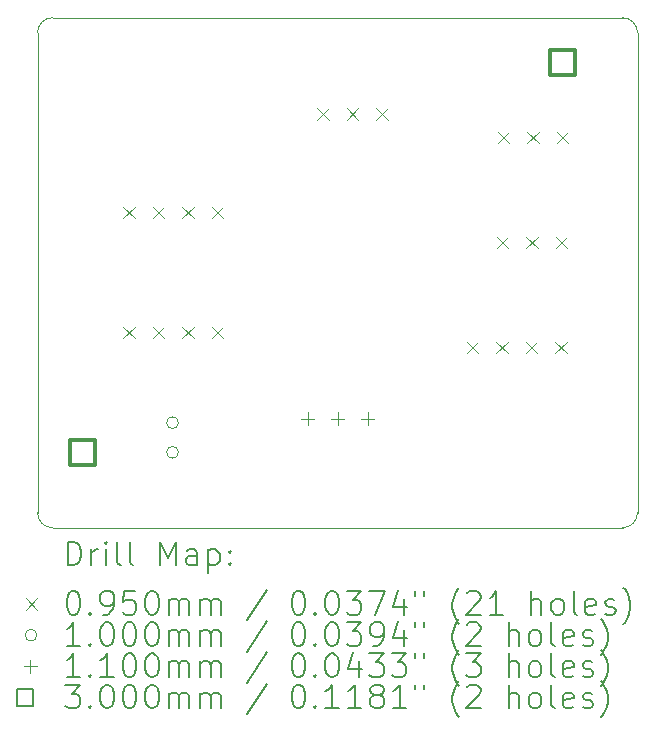
<source format=gbr>
%TF.GenerationSoftware,KiCad,Pcbnew,7.0.9*%
%TF.CreationDate,2024-01-24T09:54:02+01:00*%
%TF.ProjectId,Final_project,46696e61-6c5f-4707-926f-6a6563742e6b,1*%
%TF.SameCoordinates,Original*%
%TF.FileFunction,Drillmap*%
%TF.FilePolarity,Positive*%
%FSLAX45Y45*%
G04 Gerber Fmt 4.5, Leading zero omitted, Abs format (unit mm)*
G04 Created by KiCad (PCBNEW 7.0.9) date 2024-01-24 09:54:02*
%MOMM*%
%LPD*%
G01*
G04 APERTURE LIST*
%ADD10C,0.100000*%
%ADD11C,0.200000*%
%ADD12C,0.110000*%
%ADD13C,0.300000*%
G04 APERTURE END LIST*
D10*
X12954000Y-10160000D02*
G75*
G03*
X12827000Y-10033000I-127000J0D01*
G01*
X7874000Y-10160000D02*
X7874000Y-14224000D01*
X7874000Y-14224000D02*
G75*
G03*
X8001000Y-14351000I127000J0D01*
G01*
X8001000Y-14351000D02*
X12827000Y-14351000D01*
X12827000Y-10033000D02*
X8001000Y-10033000D01*
X12954000Y-14224000D02*
X12954000Y-10160000D01*
X12827000Y-14351000D02*
G75*
G03*
X12954000Y-14224000I0J127000D01*
G01*
X8001000Y-10033000D02*
G75*
G03*
X7874000Y-10160000I0J-127000D01*
G01*
D11*
D10*
X8600500Y-11636500D02*
X8695500Y-11731500D01*
X8695500Y-11636500D02*
X8600500Y-11731500D01*
X8600500Y-12652500D02*
X8695500Y-12747500D01*
X8695500Y-12652500D02*
X8600500Y-12747500D01*
X8850500Y-11636500D02*
X8945500Y-11731500D01*
X8945500Y-11636500D02*
X8850500Y-11731500D01*
X8850500Y-12652500D02*
X8945500Y-12747500D01*
X8945500Y-12652500D02*
X8850500Y-12747500D01*
X9100500Y-11636500D02*
X9195500Y-11731500D01*
X9195500Y-11636500D02*
X9100500Y-11731500D01*
X9100500Y-12652500D02*
X9195500Y-12747500D01*
X9195500Y-12652500D02*
X9100500Y-12747500D01*
X9350500Y-11636500D02*
X9445500Y-11731500D01*
X9445500Y-11636500D02*
X9350500Y-11731500D01*
X9350500Y-12652500D02*
X9445500Y-12747500D01*
X9445500Y-12652500D02*
X9350500Y-12747500D01*
X10243500Y-10800000D02*
X10338500Y-10895000D01*
X10338500Y-10800000D02*
X10243500Y-10895000D01*
X10493500Y-10800000D02*
X10588500Y-10895000D01*
X10588500Y-10800000D02*
X10493500Y-10895000D01*
X10743500Y-10800000D02*
X10838500Y-10895000D01*
X10838500Y-10800000D02*
X10743500Y-10895000D01*
X11509500Y-12779500D02*
X11604500Y-12874500D01*
X11604500Y-12779500D02*
X11509500Y-12874500D01*
X11759500Y-12779500D02*
X11854500Y-12874500D01*
X11854500Y-12779500D02*
X11759500Y-12874500D01*
X11763500Y-11890500D02*
X11858500Y-11985500D01*
X11858500Y-11890500D02*
X11763500Y-11985500D01*
X11771500Y-11001500D02*
X11866500Y-11096500D01*
X11866500Y-11001500D02*
X11771500Y-11096500D01*
X12009500Y-12779500D02*
X12104500Y-12874500D01*
X12104500Y-12779500D02*
X12009500Y-12874500D01*
X12013500Y-11890500D02*
X12108500Y-11985500D01*
X12108500Y-11890500D02*
X12013500Y-11985500D01*
X12021500Y-11001500D02*
X12116500Y-11096500D01*
X12116500Y-11001500D02*
X12021500Y-11096500D01*
X12259500Y-12779500D02*
X12354500Y-12874500D01*
X12354500Y-12779500D02*
X12259500Y-12874500D01*
X12263500Y-11890500D02*
X12358500Y-11985500D01*
X12358500Y-11890500D02*
X12263500Y-11985500D01*
X12271500Y-11001500D02*
X12366500Y-11096500D01*
X12366500Y-11001500D02*
X12271500Y-11096500D01*
X9067000Y-13462000D02*
G75*
G03*
X9067000Y-13462000I-50000J0D01*
G01*
X9067000Y-13712000D02*
G75*
G03*
X9067000Y-13712000I-50000J0D01*
G01*
D12*
X10160000Y-13374500D02*
X10160000Y-13484500D01*
X10105000Y-13429500D02*
X10215000Y-13429500D01*
X10414000Y-13374500D02*
X10414000Y-13484500D01*
X10359000Y-13429500D02*
X10469000Y-13429500D01*
X10668000Y-13374500D02*
X10668000Y-13484500D01*
X10613000Y-13429500D02*
X10723000Y-13429500D01*
D13*
X8361067Y-13822067D02*
X8361067Y-13609933D01*
X8148933Y-13609933D01*
X8148933Y-13822067D01*
X8361067Y-13822067D01*
X12425067Y-10520067D02*
X12425067Y-10307933D01*
X12212933Y-10307933D01*
X12212933Y-10520067D01*
X12425067Y-10520067D01*
D11*
X8129777Y-14667484D02*
X8129777Y-14467484D01*
X8129777Y-14467484D02*
X8177396Y-14467484D01*
X8177396Y-14467484D02*
X8205967Y-14477008D01*
X8205967Y-14477008D02*
X8225015Y-14496055D01*
X8225015Y-14496055D02*
X8234539Y-14515103D01*
X8234539Y-14515103D02*
X8244062Y-14553198D01*
X8244062Y-14553198D02*
X8244062Y-14581769D01*
X8244062Y-14581769D02*
X8234539Y-14619865D01*
X8234539Y-14619865D02*
X8225015Y-14638912D01*
X8225015Y-14638912D02*
X8205967Y-14657960D01*
X8205967Y-14657960D02*
X8177396Y-14667484D01*
X8177396Y-14667484D02*
X8129777Y-14667484D01*
X8329777Y-14667484D02*
X8329777Y-14534150D01*
X8329777Y-14572246D02*
X8339301Y-14553198D01*
X8339301Y-14553198D02*
X8348824Y-14543674D01*
X8348824Y-14543674D02*
X8367872Y-14534150D01*
X8367872Y-14534150D02*
X8386920Y-14534150D01*
X8453586Y-14667484D02*
X8453586Y-14534150D01*
X8453586Y-14467484D02*
X8444063Y-14477008D01*
X8444063Y-14477008D02*
X8453586Y-14486531D01*
X8453586Y-14486531D02*
X8463110Y-14477008D01*
X8463110Y-14477008D02*
X8453586Y-14467484D01*
X8453586Y-14467484D02*
X8453586Y-14486531D01*
X8577396Y-14667484D02*
X8558348Y-14657960D01*
X8558348Y-14657960D02*
X8548824Y-14638912D01*
X8548824Y-14638912D02*
X8548824Y-14467484D01*
X8682158Y-14667484D02*
X8663110Y-14657960D01*
X8663110Y-14657960D02*
X8653586Y-14638912D01*
X8653586Y-14638912D02*
X8653586Y-14467484D01*
X8910729Y-14667484D02*
X8910729Y-14467484D01*
X8910729Y-14467484D02*
X8977396Y-14610341D01*
X8977396Y-14610341D02*
X9044063Y-14467484D01*
X9044063Y-14467484D02*
X9044063Y-14667484D01*
X9225015Y-14667484D02*
X9225015Y-14562722D01*
X9225015Y-14562722D02*
X9215491Y-14543674D01*
X9215491Y-14543674D02*
X9196444Y-14534150D01*
X9196444Y-14534150D02*
X9158348Y-14534150D01*
X9158348Y-14534150D02*
X9139301Y-14543674D01*
X9225015Y-14657960D02*
X9205967Y-14667484D01*
X9205967Y-14667484D02*
X9158348Y-14667484D01*
X9158348Y-14667484D02*
X9139301Y-14657960D01*
X9139301Y-14657960D02*
X9129777Y-14638912D01*
X9129777Y-14638912D02*
X9129777Y-14619865D01*
X9129777Y-14619865D02*
X9139301Y-14600817D01*
X9139301Y-14600817D02*
X9158348Y-14591293D01*
X9158348Y-14591293D02*
X9205967Y-14591293D01*
X9205967Y-14591293D02*
X9225015Y-14581769D01*
X9320253Y-14534150D02*
X9320253Y-14734150D01*
X9320253Y-14543674D02*
X9339301Y-14534150D01*
X9339301Y-14534150D02*
X9377396Y-14534150D01*
X9377396Y-14534150D02*
X9396444Y-14543674D01*
X9396444Y-14543674D02*
X9405967Y-14553198D01*
X9405967Y-14553198D02*
X9415491Y-14572246D01*
X9415491Y-14572246D02*
X9415491Y-14629388D01*
X9415491Y-14629388D02*
X9405967Y-14648436D01*
X9405967Y-14648436D02*
X9396444Y-14657960D01*
X9396444Y-14657960D02*
X9377396Y-14667484D01*
X9377396Y-14667484D02*
X9339301Y-14667484D01*
X9339301Y-14667484D02*
X9320253Y-14657960D01*
X9501205Y-14648436D02*
X9510729Y-14657960D01*
X9510729Y-14657960D02*
X9501205Y-14667484D01*
X9501205Y-14667484D02*
X9491682Y-14657960D01*
X9491682Y-14657960D02*
X9501205Y-14648436D01*
X9501205Y-14648436D02*
X9501205Y-14667484D01*
X9501205Y-14543674D02*
X9510729Y-14553198D01*
X9510729Y-14553198D02*
X9501205Y-14562722D01*
X9501205Y-14562722D02*
X9491682Y-14553198D01*
X9491682Y-14553198D02*
X9501205Y-14543674D01*
X9501205Y-14543674D02*
X9501205Y-14562722D01*
D10*
X7774000Y-14948500D02*
X7869000Y-15043500D01*
X7869000Y-14948500D02*
X7774000Y-15043500D01*
D11*
X8167872Y-14887484D02*
X8186920Y-14887484D01*
X8186920Y-14887484D02*
X8205967Y-14897008D01*
X8205967Y-14897008D02*
X8215491Y-14906531D01*
X8215491Y-14906531D02*
X8225015Y-14925579D01*
X8225015Y-14925579D02*
X8234539Y-14963674D01*
X8234539Y-14963674D02*
X8234539Y-15011293D01*
X8234539Y-15011293D02*
X8225015Y-15049388D01*
X8225015Y-15049388D02*
X8215491Y-15068436D01*
X8215491Y-15068436D02*
X8205967Y-15077960D01*
X8205967Y-15077960D02*
X8186920Y-15087484D01*
X8186920Y-15087484D02*
X8167872Y-15087484D01*
X8167872Y-15087484D02*
X8148824Y-15077960D01*
X8148824Y-15077960D02*
X8139301Y-15068436D01*
X8139301Y-15068436D02*
X8129777Y-15049388D01*
X8129777Y-15049388D02*
X8120253Y-15011293D01*
X8120253Y-15011293D02*
X8120253Y-14963674D01*
X8120253Y-14963674D02*
X8129777Y-14925579D01*
X8129777Y-14925579D02*
X8139301Y-14906531D01*
X8139301Y-14906531D02*
X8148824Y-14897008D01*
X8148824Y-14897008D02*
X8167872Y-14887484D01*
X8320253Y-15068436D02*
X8329777Y-15077960D01*
X8329777Y-15077960D02*
X8320253Y-15087484D01*
X8320253Y-15087484D02*
X8310729Y-15077960D01*
X8310729Y-15077960D02*
X8320253Y-15068436D01*
X8320253Y-15068436D02*
X8320253Y-15087484D01*
X8425015Y-15087484D02*
X8463110Y-15087484D01*
X8463110Y-15087484D02*
X8482158Y-15077960D01*
X8482158Y-15077960D02*
X8491682Y-15068436D01*
X8491682Y-15068436D02*
X8510729Y-15039865D01*
X8510729Y-15039865D02*
X8520253Y-15001769D01*
X8520253Y-15001769D02*
X8520253Y-14925579D01*
X8520253Y-14925579D02*
X8510729Y-14906531D01*
X8510729Y-14906531D02*
X8501205Y-14897008D01*
X8501205Y-14897008D02*
X8482158Y-14887484D01*
X8482158Y-14887484D02*
X8444063Y-14887484D01*
X8444063Y-14887484D02*
X8425015Y-14897008D01*
X8425015Y-14897008D02*
X8415491Y-14906531D01*
X8415491Y-14906531D02*
X8405967Y-14925579D01*
X8405967Y-14925579D02*
X8405967Y-14973198D01*
X8405967Y-14973198D02*
X8415491Y-14992246D01*
X8415491Y-14992246D02*
X8425015Y-15001769D01*
X8425015Y-15001769D02*
X8444063Y-15011293D01*
X8444063Y-15011293D02*
X8482158Y-15011293D01*
X8482158Y-15011293D02*
X8501205Y-15001769D01*
X8501205Y-15001769D02*
X8510729Y-14992246D01*
X8510729Y-14992246D02*
X8520253Y-14973198D01*
X8701205Y-14887484D02*
X8605967Y-14887484D01*
X8605967Y-14887484D02*
X8596444Y-14982722D01*
X8596444Y-14982722D02*
X8605967Y-14973198D01*
X8605967Y-14973198D02*
X8625015Y-14963674D01*
X8625015Y-14963674D02*
X8672634Y-14963674D01*
X8672634Y-14963674D02*
X8691682Y-14973198D01*
X8691682Y-14973198D02*
X8701205Y-14982722D01*
X8701205Y-14982722D02*
X8710729Y-15001769D01*
X8710729Y-15001769D02*
X8710729Y-15049388D01*
X8710729Y-15049388D02*
X8701205Y-15068436D01*
X8701205Y-15068436D02*
X8691682Y-15077960D01*
X8691682Y-15077960D02*
X8672634Y-15087484D01*
X8672634Y-15087484D02*
X8625015Y-15087484D01*
X8625015Y-15087484D02*
X8605967Y-15077960D01*
X8605967Y-15077960D02*
X8596444Y-15068436D01*
X8834539Y-14887484D02*
X8853586Y-14887484D01*
X8853586Y-14887484D02*
X8872634Y-14897008D01*
X8872634Y-14897008D02*
X8882158Y-14906531D01*
X8882158Y-14906531D02*
X8891682Y-14925579D01*
X8891682Y-14925579D02*
X8901205Y-14963674D01*
X8901205Y-14963674D02*
X8901205Y-15011293D01*
X8901205Y-15011293D02*
X8891682Y-15049388D01*
X8891682Y-15049388D02*
X8882158Y-15068436D01*
X8882158Y-15068436D02*
X8872634Y-15077960D01*
X8872634Y-15077960D02*
X8853586Y-15087484D01*
X8853586Y-15087484D02*
X8834539Y-15087484D01*
X8834539Y-15087484D02*
X8815491Y-15077960D01*
X8815491Y-15077960D02*
X8805967Y-15068436D01*
X8805967Y-15068436D02*
X8796444Y-15049388D01*
X8796444Y-15049388D02*
X8786920Y-15011293D01*
X8786920Y-15011293D02*
X8786920Y-14963674D01*
X8786920Y-14963674D02*
X8796444Y-14925579D01*
X8796444Y-14925579D02*
X8805967Y-14906531D01*
X8805967Y-14906531D02*
X8815491Y-14897008D01*
X8815491Y-14897008D02*
X8834539Y-14887484D01*
X8986920Y-15087484D02*
X8986920Y-14954150D01*
X8986920Y-14973198D02*
X8996444Y-14963674D01*
X8996444Y-14963674D02*
X9015491Y-14954150D01*
X9015491Y-14954150D02*
X9044063Y-14954150D01*
X9044063Y-14954150D02*
X9063110Y-14963674D01*
X9063110Y-14963674D02*
X9072634Y-14982722D01*
X9072634Y-14982722D02*
X9072634Y-15087484D01*
X9072634Y-14982722D02*
X9082158Y-14963674D01*
X9082158Y-14963674D02*
X9101205Y-14954150D01*
X9101205Y-14954150D02*
X9129777Y-14954150D01*
X9129777Y-14954150D02*
X9148825Y-14963674D01*
X9148825Y-14963674D02*
X9158348Y-14982722D01*
X9158348Y-14982722D02*
X9158348Y-15087484D01*
X9253586Y-15087484D02*
X9253586Y-14954150D01*
X9253586Y-14973198D02*
X9263110Y-14963674D01*
X9263110Y-14963674D02*
X9282158Y-14954150D01*
X9282158Y-14954150D02*
X9310729Y-14954150D01*
X9310729Y-14954150D02*
X9329777Y-14963674D01*
X9329777Y-14963674D02*
X9339301Y-14982722D01*
X9339301Y-14982722D02*
X9339301Y-15087484D01*
X9339301Y-14982722D02*
X9348825Y-14963674D01*
X9348825Y-14963674D02*
X9367872Y-14954150D01*
X9367872Y-14954150D02*
X9396444Y-14954150D01*
X9396444Y-14954150D02*
X9415491Y-14963674D01*
X9415491Y-14963674D02*
X9425015Y-14982722D01*
X9425015Y-14982722D02*
X9425015Y-15087484D01*
X9815491Y-14877960D02*
X9644063Y-15135103D01*
X10072634Y-14887484D02*
X10091682Y-14887484D01*
X10091682Y-14887484D02*
X10110729Y-14897008D01*
X10110729Y-14897008D02*
X10120253Y-14906531D01*
X10120253Y-14906531D02*
X10129777Y-14925579D01*
X10129777Y-14925579D02*
X10139301Y-14963674D01*
X10139301Y-14963674D02*
X10139301Y-15011293D01*
X10139301Y-15011293D02*
X10129777Y-15049388D01*
X10129777Y-15049388D02*
X10120253Y-15068436D01*
X10120253Y-15068436D02*
X10110729Y-15077960D01*
X10110729Y-15077960D02*
X10091682Y-15087484D01*
X10091682Y-15087484D02*
X10072634Y-15087484D01*
X10072634Y-15087484D02*
X10053587Y-15077960D01*
X10053587Y-15077960D02*
X10044063Y-15068436D01*
X10044063Y-15068436D02*
X10034539Y-15049388D01*
X10034539Y-15049388D02*
X10025015Y-15011293D01*
X10025015Y-15011293D02*
X10025015Y-14963674D01*
X10025015Y-14963674D02*
X10034539Y-14925579D01*
X10034539Y-14925579D02*
X10044063Y-14906531D01*
X10044063Y-14906531D02*
X10053587Y-14897008D01*
X10053587Y-14897008D02*
X10072634Y-14887484D01*
X10225015Y-15068436D02*
X10234539Y-15077960D01*
X10234539Y-15077960D02*
X10225015Y-15087484D01*
X10225015Y-15087484D02*
X10215491Y-15077960D01*
X10215491Y-15077960D02*
X10225015Y-15068436D01*
X10225015Y-15068436D02*
X10225015Y-15087484D01*
X10358348Y-14887484D02*
X10377396Y-14887484D01*
X10377396Y-14887484D02*
X10396444Y-14897008D01*
X10396444Y-14897008D02*
X10405968Y-14906531D01*
X10405968Y-14906531D02*
X10415491Y-14925579D01*
X10415491Y-14925579D02*
X10425015Y-14963674D01*
X10425015Y-14963674D02*
X10425015Y-15011293D01*
X10425015Y-15011293D02*
X10415491Y-15049388D01*
X10415491Y-15049388D02*
X10405968Y-15068436D01*
X10405968Y-15068436D02*
X10396444Y-15077960D01*
X10396444Y-15077960D02*
X10377396Y-15087484D01*
X10377396Y-15087484D02*
X10358348Y-15087484D01*
X10358348Y-15087484D02*
X10339301Y-15077960D01*
X10339301Y-15077960D02*
X10329777Y-15068436D01*
X10329777Y-15068436D02*
X10320253Y-15049388D01*
X10320253Y-15049388D02*
X10310729Y-15011293D01*
X10310729Y-15011293D02*
X10310729Y-14963674D01*
X10310729Y-14963674D02*
X10320253Y-14925579D01*
X10320253Y-14925579D02*
X10329777Y-14906531D01*
X10329777Y-14906531D02*
X10339301Y-14897008D01*
X10339301Y-14897008D02*
X10358348Y-14887484D01*
X10491682Y-14887484D02*
X10615491Y-14887484D01*
X10615491Y-14887484D02*
X10548825Y-14963674D01*
X10548825Y-14963674D02*
X10577396Y-14963674D01*
X10577396Y-14963674D02*
X10596444Y-14973198D01*
X10596444Y-14973198D02*
X10605968Y-14982722D01*
X10605968Y-14982722D02*
X10615491Y-15001769D01*
X10615491Y-15001769D02*
X10615491Y-15049388D01*
X10615491Y-15049388D02*
X10605968Y-15068436D01*
X10605968Y-15068436D02*
X10596444Y-15077960D01*
X10596444Y-15077960D02*
X10577396Y-15087484D01*
X10577396Y-15087484D02*
X10520253Y-15087484D01*
X10520253Y-15087484D02*
X10501206Y-15077960D01*
X10501206Y-15077960D02*
X10491682Y-15068436D01*
X10682158Y-14887484D02*
X10815491Y-14887484D01*
X10815491Y-14887484D02*
X10729777Y-15087484D01*
X10977396Y-14954150D02*
X10977396Y-15087484D01*
X10929777Y-14877960D02*
X10882158Y-15020817D01*
X10882158Y-15020817D02*
X11005968Y-15020817D01*
X11072634Y-14887484D02*
X11072634Y-14925579D01*
X11148825Y-14887484D02*
X11148825Y-14925579D01*
X11444063Y-15163674D02*
X11434539Y-15154150D01*
X11434539Y-15154150D02*
X11415491Y-15125579D01*
X11415491Y-15125579D02*
X11405968Y-15106531D01*
X11405968Y-15106531D02*
X11396444Y-15077960D01*
X11396444Y-15077960D02*
X11386920Y-15030341D01*
X11386920Y-15030341D02*
X11386920Y-14992246D01*
X11386920Y-14992246D02*
X11396444Y-14944627D01*
X11396444Y-14944627D02*
X11405968Y-14916055D01*
X11405968Y-14916055D02*
X11415491Y-14897008D01*
X11415491Y-14897008D02*
X11434539Y-14868436D01*
X11434539Y-14868436D02*
X11444063Y-14858912D01*
X11510729Y-14906531D02*
X11520253Y-14897008D01*
X11520253Y-14897008D02*
X11539301Y-14887484D01*
X11539301Y-14887484D02*
X11586920Y-14887484D01*
X11586920Y-14887484D02*
X11605968Y-14897008D01*
X11605968Y-14897008D02*
X11615491Y-14906531D01*
X11615491Y-14906531D02*
X11625015Y-14925579D01*
X11625015Y-14925579D02*
X11625015Y-14944627D01*
X11625015Y-14944627D02*
X11615491Y-14973198D01*
X11615491Y-14973198D02*
X11501206Y-15087484D01*
X11501206Y-15087484D02*
X11625015Y-15087484D01*
X11815491Y-15087484D02*
X11701206Y-15087484D01*
X11758348Y-15087484D02*
X11758348Y-14887484D01*
X11758348Y-14887484D02*
X11739301Y-14916055D01*
X11739301Y-14916055D02*
X11720253Y-14935103D01*
X11720253Y-14935103D02*
X11701206Y-14944627D01*
X12053587Y-15087484D02*
X12053587Y-14887484D01*
X12139301Y-15087484D02*
X12139301Y-14982722D01*
X12139301Y-14982722D02*
X12129777Y-14963674D01*
X12129777Y-14963674D02*
X12110730Y-14954150D01*
X12110730Y-14954150D02*
X12082158Y-14954150D01*
X12082158Y-14954150D02*
X12063110Y-14963674D01*
X12063110Y-14963674D02*
X12053587Y-14973198D01*
X12263110Y-15087484D02*
X12244063Y-15077960D01*
X12244063Y-15077960D02*
X12234539Y-15068436D01*
X12234539Y-15068436D02*
X12225015Y-15049388D01*
X12225015Y-15049388D02*
X12225015Y-14992246D01*
X12225015Y-14992246D02*
X12234539Y-14973198D01*
X12234539Y-14973198D02*
X12244063Y-14963674D01*
X12244063Y-14963674D02*
X12263110Y-14954150D01*
X12263110Y-14954150D02*
X12291682Y-14954150D01*
X12291682Y-14954150D02*
X12310730Y-14963674D01*
X12310730Y-14963674D02*
X12320253Y-14973198D01*
X12320253Y-14973198D02*
X12329777Y-14992246D01*
X12329777Y-14992246D02*
X12329777Y-15049388D01*
X12329777Y-15049388D02*
X12320253Y-15068436D01*
X12320253Y-15068436D02*
X12310730Y-15077960D01*
X12310730Y-15077960D02*
X12291682Y-15087484D01*
X12291682Y-15087484D02*
X12263110Y-15087484D01*
X12444063Y-15087484D02*
X12425015Y-15077960D01*
X12425015Y-15077960D02*
X12415491Y-15058912D01*
X12415491Y-15058912D02*
X12415491Y-14887484D01*
X12596444Y-15077960D02*
X12577396Y-15087484D01*
X12577396Y-15087484D02*
X12539301Y-15087484D01*
X12539301Y-15087484D02*
X12520253Y-15077960D01*
X12520253Y-15077960D02*
X12510730Y-15058912D01*
X12510730Y-15058912D02*
X12510730Y-14982722D01*
X12510730Y-14982722D02*
X12520253Y-14963674D01*
X12520253Y-14963674D02*
X12539301Y-14954150D01*
X12539301Y-14954150D02*
X12577396Y-14954150D01*
X12577396Y-14954150D02*
X12596444Y-14963674D01*
X12596444Y-14963674D02*
X12605968Y-14982722D01*
X12605968Y-14982722D02*
X12605968Y-15001769D01*
X12605968Y-15001769D02*
X12510730Y-15020817D01*
X12682158Y-15077960D02*
X12701206Y-15087484D01*
X12701206Y-15087484D02*
X12739301Y-15087484D01*
X12739301Y-15087484D02*
X12758349Y-15077960D01*
X12758349Y-15077960D02*
X12767872Y-15058912D01*
X12767872Y-15058912D02*
X12767872Y-15049388D01*
X12767872Y-15049388D02*
X12758349Y-15030341D01*
X12758349Y-15030341D02*
X12739301Y-15020817D01*
X12739301Y-15020817D02*
X12710730Y-15020817D01*
X12710730Y-15020817D02*
X12691682Y-15011293D01*
X12691682Y-15011293D02*
X12682158Y-14992246D01*
X12682158Y-14992246D02*
X12682158Y-14982722D01*
X12682158Y-14982722D02*
X12691682Y-14963674D01*
X12691682Y-14963674D02*
X12710730Y-14954150D01*
X12710730Y-14954150D02*
X12739301Y-14954150D01*
X12739301Y-14954150D02*
X12758349Y-14963674D01*
X12834539Y-15163674D02*
X12844063Y-15154150D01*
X12844063Y-15154150D02*
X12863111Y-15125579D01*
X12863111Y-15125579D02*
X12872634Y-15106531D01*
X12872634Y-15106531D02*
X12882158Y-15077960D01*
X12882158Y-15077960D02*
X12891682Y-15030341D01*
X12891682Y-15030341D02*
X12891682Y-14992246D01*
X12891682Y-14992246D02*
X12882158Y-14944627D01*
X12882158Y-14944627D02*
X12872634Y-14916055D01*
X12872634Y-14916055D02*
X12863111Y-14897008D01*
X12863111Y-14897008D02*
X12844063Y-14868436D01*
X12844063Y-14868436D02*
X12834539Y-14858912D01*
D10*
X7869000Y-15260000D02*
G75*
G03*
X7869000Y-15260000I-50000J0D01*
G01*
D11*
X8234539Y-15351484D02*
X8120253Y-15351484D01*
X8177396Y-15351484D02*
X8177396Y-15151484D01*
X8177396Y-15151484D02*
X8158348Y-15180055D01*
X8158348Y-15180055D02*
X8139301Y-15199103D01*
X8139301Y-15199103D02*
X8120253Y-15208627D01*
X8320253Y-15332436D02*
X8329777Y-15341960D01*
X8329777Y-15341960D02*
X8320253Y-15351484D01*
X8320253Y-15351484D02*
X8310729Y-15341960D01*
X8310729Y-15341960D02*
X8320253Y-15332436D01*
X8320253Y-15332436D02*
X8320253Y-15351484D01*
X8453586Y-15151484D02*
X8472634Y-15151484D01*
X8472634Y-15151484D02*
X8491682Y-15161008D01*
X8491682Y-15161008D02*
X8501205Y-15170531D01*
X8501205Y-15170531D02*
X8510729Y-15189579D01*
X8510729Y-15189579D02*
X8520253Y-15227674D01*
X8520253Y-15227674D02*
X8520253Y-15275293D01*
X8520253Y-15275293D02*
X8510729Y-15313388D01*
X8510729Y-15313388D02*
X8501205Y-15332436D01*
X8501205Y-15332436D02*
X8491682Y-15341960D01*
X8491682Y-15341960D02*
X8472634Y-15351484D01*
X8472634Y-15351484D02*
X8453586Y-15351484D01*
X8453586Y-15351484D02*
X8434539Y-15341960D01*
X8434539Y-15341960D02*
X8425015Y-15332436D01*
X8425015Y-15332436D02*
X8415491Y-15313388D01*
X8415491Y-15313388D02*
X8405967Y-15275293D01*
X8405967Y-15275293D02*
X8405967Y-15227674D01*
X8405967Y-15227674D02*
X8415491Y-15189579D01*
X8415491Y-15189579D02*
X8425015Y-15170531D01*
X8425015Y-15170531D02*
X8434539Y-15161008D01*
X8434539Y-15161008D02*
X8453586Y-15151484D01*
X8644063Y-15151484D02*
X8663110Y-15151484D01*
X8663110Y-15151484D02*
X8682158Y-15161008D01*
X8682158Y-15161008D02*
X8691682Y-15170531D01*
X8691682Y-15170531D02*
X8701205Y-15189579D01*
X8701205Y-15189579D02*
X8710729Y-15227674D01*
X8710729Y-15227674D02*
X8710729Y-15275293D01*
X8710729Y-15275293D02*
X8701205Y-15313388D01*
X8701205Y-15313388D02*
X8691682Y-15332436D01*
X8691682Y-15332436D02*
X8682158Y-15341960D01*
X8682158Y-15341960D02*
X8663110Y-15351484D01*
X8663110Y-15351484D02*
X8644063Y-15351484D01*
X8644063Y-15351484D02*
X8625015Y-15341960D01*
X8625015Y-15341960D02*
X8615491Y-15332436D01*
X8615491Y-15332436D02*
X8605967Y-15313388D01*
X8605967Y-15313388D02*
X8596444Y-15275293D01*
X8596444Y-15275293D02*
X8596444Y-15227674D01*
X8596444Y-15227674D02*
X8605967Y-15189579D01*
X8605967Y-15189579D02*
X8615491Y-15170531D01*
X8615491Y-15170531D02*
X8625015Y-15161008D01*
X8625015Y-15161008D02*
X8644063Y-15151484D01*
X8834539Y-15151484D02*
X8853586Y-15151484D01*
X8853586Y-15151484D02*
X8872634Y-15161008D01*
X8872634Y-15161008D02*
X8882158Y-15170531D01*
X8882158Y-15170531D02*
X8891682Y-15189579D01*
X8891682Y-15189579D02*
X8901205Y-15227674D01*
X8901205Y-15227674D02*
X8901205Y-15275293D01*
X8901205Y-15275293D02*
X8891682Y-15313388D01*
X8891682Y-15313388D02*
X8882158Y-15332436D01*
X8882158Y-15332436D02*
X8872634Y-15341960D01*
X8872634Y-15341960D02*
X8853586Y-15351484D01*
X8853586Y-15351484D02*
X8834539Y-15351484D01*
X8834539Y-15351484D02*
X8815491Y-15341960D01*
X8815491Y-15341960D02*
X8805967Y-15332436D01*
X8805967Y-15332436D02*
X8796444Y-15313388D01*
X8796444Y-15313388D02*
X8786920Y-15275293D01*
X8786920Y-15275293D02*
X8786920Y-15227674D01*
X8786920Y-15227674D02*
X8796444Y-15189579D01*
X8796444Y-15189579D02*
X8805967Y-15170531D01*
X8805967Y-15170531D02*
X8815491Y-15161008D01*
X8815491Y-15161008D02*
X8834539Y-15151484D01*
X8986920Y-15351484D02*
X8986920Y-15218150D01*
X8986920Y-15237198D02*
X8996444Y-15227674D01*
X8996444Y-15227674D02*
X9015491Y-15218150D01*
X9015491Y-15218150D02*
X9044063Y-15218150D01*
X9044063Y-15218150D02*
X9063110Y-15227674D01*
X9063110Y-15227674D02*
X9072634Y-15246722D01*
X9072634Y-15246722D02*
X9072634Y-15351484D01*
X9072634Y-15246722D02*
X9082158Y-15227674D01*
X9082158Y-15227674D02*
X9101205Y-15218150D01*
X9101205Y-15218150D02*
X9129777Y-15218150D01*
X9129777Y-15218150D02*
X9148825Y-15227674D01*
X9148825Y-15227674D02*
X9158348Y-15246722D01*
X9158348Y-15246722D02*
X9158348Y-15351484D01*
X9253586Y-15351484D02*
X9253586Y-15218150D01*
X9253586Y-15237198D02*
X9263110Y-15227674D01*
X9263110Y-15227674D02*
X9282158Y-15218150D01*
X9282158Y-15218150D02*
X9310729Y-15218150D01*
X9310729Y-15218150D02*
X9329777Y-15227674D01*
X9329777Y-15227674D02*
X9339301Y-15246722D01*
X9339301Y-15246722D02*
X9339301Y-15351484D01*
X9339301Y-15246722D02*
X9348825Y-15227674D01*
X9348825Y-15227674D02*
X9367872Y-15218150D01*
X9367872Y-15218150D02*
X9396444Y-15218150D01*
X9396444Y-15218150D02*
X9415491Y-15227674D01*
X9415491Y-15227674D02*
X9425015Y-15246722D01*
X9425015Y-15246722D02*
X9425015Y-15351484D01*
X9815491Y-15141960D02*
X9644063Y-15399103D01*
X10072634Y-15151484D02*
X10091682Y-15151484D01*
X10091682Y-15151484D02*
X10110729Y-15161008D01*
X10110729Y-15161008D02*
X10120253Y-15170531D01*
X10120253Y-15170531D02*
X10129777Y-15189579D01*
X10129777Y-15189579D02*
X10139301Y-15227674D01*
X10139301Y-15227674D02*
X10139301Y-15275293D01*
X10139301Y-15275293D02*
X10129777Y-15313388D01*
X10129777Y-15313388D02*
X10120253Y-15332436D01*
X10120253Y-15332436D02*
X10110729Y-15341960D01*
X10110729Y-15341960D02*
X10091682Y-15351484D01*
X10091682Y-15351484D02*
X10072634Y-15351484D01*
X10072634Y-15351484D02*
X10053587Y-15341960D01*
X10053587Y-15341960D02*
X10044063Y-15332436D01*
X10044063Y-15332436D02*
X10034539Y-15313388D01*
X10034539Y-15313388D02*
X10025015Y-15275293D01*
X10025015Y-15275293D02*
X10025015Y-15227674D01*
X10025015Y-15227674D02*
X10034539Y-15189579D01*
X10034539Y-15189579D02*
X10044063Y-15170531D01*
X10044063Y-15170531D02*
X10053587Y-15161008D01*
X10053587Y-15161008D02*
X10072634Y-15151484D01*
X10225015Y-15332436D02*
X10234539Y-15341960D01*
X10234539Y-15341960D02*
X10225015Y-15351484D01*
X10225015Y-15351484D02*
X10215491Y-15341960D01*
X10215491Y-15341960D02*
X10225015Y-15332436D01*
X10225015Y-15332436D02*
X10225015Y-15351484D01*
X10358348Y-15151484D02*
X10377396Y-15151484D01*
X10377396Y-15151484D02*
X10396444Y-15161008D01*
X10396444Y-15161008D02*
X10405968Y-15170531D01*
X10405968Y-15170531D02*
X10415491Y-15189579D01*
X10415491Y-15189579D02*
X10425015Y-15227674D01*
X10425015Y-15227674D02*
X10425015Y-15275293D01*
X10425015Y-15275293D02*
X10415491Y-15313388D01*
X10415491Y-15313388D02*
X10405968Y-15332436D01*
X10405968Y-15332436D02*
X10396444Y-15341960D01*
X10396444Y-15341960D02*
X10377396Y-15351484D01*
X10377396Y-15351484D02*
X10358348Y-15351484D01*
X10358348Y-15351484D02*
X10339301Y-15341960D01*
X10339301Y-15341960D02*
X10329777Y-15332436D01*
X10329777Y-15332436D02*
X10320253Y-15313388D01*
X10320253Y-15313388D02*
X10310729Y-15275293D01*
X10310729Y-15275293D02*
X10310729Y-15227674D01*
X10310729Y-15227674D02*
X10320253Y-15189579D01*
X10320253Y-15189579D02*
X10329777Y-15170531D01*
X10329777Y-15170531D02*
X10339301Y-15161008D01*
X10339301Y-15161008D02*
X10358348Y-15151484D01*
X10491682Y-15151484D02*
X10615491Y-15151484D01*
X10615491Y-15151484D02*
X10548825Y-15227674D01*
X10548825Y-15227674D02*
X10577396Y-15227674D01*
X10577396Y-15227674D02*
X10596444Y-15237198D01*
X10596444Y-15237198D02*
X10605968Y-15246722D01*
X10605968Y-15246722D02*
X10615491Y-15265769D01*
X10615491Y-15265769D02*
X10615491Y-15313388D01*
X10615491Y-15313388D02*
X10605968Y-15332436D01*
X10605968Y-15332436D02*
X10596444Y-15341960D01*
X10596444Y-15341960D02*
X10577396Y-15351484D01*
X10577396Y-15351484D02*
X10520253Y-15351484D01*
X10520253Y-15351484D02*
X10501206Y-15341960D01*
X10501206Y-15341960D02*
X10491682Y-15332436D01*
X10710729Y-15351484D02*
X10748825Y-15351484D01*
X10748825Y-15351484D02*
X10767872Y-15341960D01*
X10767872Y-15341960D02*
X10777396Y-15332436D01*
X10777396Y-15332436D02*
X10796444Y-15303865D01*
X10796444Y-15303865D02*
X10805968Y-15265769D01*
X10805968Y-15265769D02*
X10805968Y-15189579D01*
X10805968Y-15189579D02*
X10796444Y-15170531D01*
X10796444Y-15170531D02*
X10786920Y-15161008D01*
X10786920Y-15161008D02*
X10767872Y-15151484D01*
X10767872Y-15151484D02*
X10729777Y-15151484D01*
X10729777Y-15151484D02*
X10710729Y-15161008D01*
X10710729Y-15161008D02*
X10701206Y-15170531D01*
X10701206Y-15170531D02*
X10691682Y-15189579D01*
X10691682Y-15189579D02*
X10691682Y-15237198D01*
X10691682Y-15237198D02*
X10701206Y-15256246D01*
X10701206Y-15256246D02*
X10710729Y-15265769D01*
X10710729Y-15265769D02*
X10729777Y-15275293D01*
X10729777Y-15275293D02*
X10767872Y-15275293D01*
X10767872Y-15275293D02*
X10786920Y-15265769D01*
X10786920Y-15265769D02*
X10796444Y-15256246D01*
X10796444Y-15256246D02*
X10805968Y-15237198D01*
X10977396Y-15218150D02*
X10977396Y-15351484D01*
X10929777Y-15141960D02*
X10882158Y-15284817D01*
X10882158Y-15284817D02*
X11005968Y-15284817D01*
X11072634Y-15151484D02*
X11072634Y-15189579D01*
X11148825Y-15151484D02*
X11148825Y-15189579D01*
X11444063Y-15427674D02*
X11434539Y-15418150D01*
X11434539Y-15418150D02*
X11415491Y-15389579D01*
X11415491Y-15389579D02*
X11405968Y-15370531D01*
X11405968Y-15370531D02*
X11396444Y-15341960D01*
X11396444Y-15341960D02*
X11386920Y-15294341D01*
X11386920Y-15294341D02*
X11386920Y-15256246D01*
X11386920Y-15256246D02*
X11396444Y-15208627D01*
X11396444Y-15208627D02*
X11405968Y-15180055D01*
X11405968Y-15180055D02*
X11415491Y-15161008D01*
X11415491Y-15161008D02*
X11434539Y-15132436D01*
X11434539Y-15132436D02*
X11444063Y-15122912D01*
X11510729Y-15170531D02*
X11520253Y-15161008D01*
X11520253Y-15161008D02*
X11539301Y-15151484D01*
X11539301Y-15151484D02*
X11586920Y-15151484D01*
X11586920Y-15151484D02*
X11605968Y-15161008D01*
X11605968Y-15161008D02*
X11615491Y-15170531D01*
X11615491Y-15170531D02*
X11625015Y-15189579D01*
X11625015Y-15189579D02*
X11625015Y-15208627D01*
X11625015Y-15208627D02*
X11615491Y-15237198D01*
X11615491Y-15237198D02*
X11501206Y-15351484D01*
X11501206Y-15351484D02*
X11625015Y-15351484D01*
X11863110Y-15351484D02*
X11863110Y-15151484D01*
X11948825Y-15351484D02*
X11948825Y-15246722D01*
X11948825Y-15246722D02*
X11939301Y-15227674D01*
X11939301Y-15227674D02*
X11920253Y-15218150D01*
X11920253Y-15218150D02*
X11891682Y-15218150D01*
X11891682Y-15218150D02*
X11872634Y-15227674D01*
X11872634Y-15227674D02*
X11863110Y-15237198D01*
X12072634Y-15351484D02*
X12053587Y-15341960D01*
X12053587Y-15341960D02*
X12044063Y-15332436D01*
X12044063Y-15332436D02*
X12034539Y-15313388D01*
X12034539Y-15313388D02*
X12034539Y-15256246D01*
X12034539Y-15256246D02*
X12044063Y-15237198D01*
X12044063Y-15237198D02*
X12053587Y-15227674D01*
X12053587Y-15227674D02*
X12072634Y-15218150D01*
X12072634Y-15218150D02*
X12101206Y-15218150D01*
X12101206Y-15218150D02*
X12120253Y-15227674D01*
X12120253Y-15227674D02*
X12129777Y-15237198D01*
X12129777Y-15237198D02*
X12139301Y-15256246D01*
X12139301Y-15256246D02*
X12139301Y-15313388D01*
X12139301Y-15313388D02*
X12129777Y-15332436D01*
X12129777Y-15332436D02*
X12120253Y-15341960D01*
X12120253Y-15341960D02*
X12101206Y-15351484D01*
X12101206Y-15351484D02*
X12072634Y-15351484D01*
X12253587Y-15351484D02*
X12234539Y-15341960D01*
X12234539Y-15341960D02*
X12225015Y-15322912D01*
X12225015Y-15322912D02*
X12225015Y-15151484D01*
X12405968Y-15341960D02*
X12386920Y-15351484D01*
X12386920Y-15351484D02*
X12348825Y-15351484D01*
X12348825Y-15351484D02*
X12329777Y-15341960D01*
X12329777Y-15341960D02*
X12320253Y-15322912D01*
X12320253Y-15322912D02*
X12320253Y-15246722D01*
X12320253Y-15246722D02*
X12329777Y-15227674D01*
X12329777Y-15227674D02*
X12348825Y-15218150D01*
X12348825Y-15218150D02*
X12386920Y-15218150D01*
X12386920Y-15218150D02*
X12405968Y-15227674D01*
X12405968Y-15227674D02*
X12415491Y-15246722D01*
X12415491Y-15246722D02*
X12415491Y-15265769D01*
X12415491Y-15265769D02*
X12320253Y-15284817D01*
X12491682Y-15341960D02*
X12510730Y-15351484D01*
X12510730Y-15351484D02*
X12548825Y-15351484D01*
X12548825Y-15351484D02*
X12567872Y-15341960D01*
X12567872Y-15341960D02*
X12577396Y-15322912D01*
X12577396Y-15322912D02*
X12577396Y-15313388D01*
X12577396Y-15313388D02*
X12567872Y-15294341D01*
X12567872Y-15294341D02*
X12548825Y-15284817D01*
X12548825Y-15284817D02*
X12520253Y-15284817D01*
X12520253Y-15284817D02*
X12501206Y-15275293D01*
X12501206Y-15275293D02*
X12491682Y-15256246D01*
X12491682Y-15256246D02*
X12491682Y-15246722D01*
X12491682Y-15246722D02*
X12501206Y-15227674D01*
X12501206Y-15227674D02*
X12520253Y-15218150D01*
X12520253Y-15218150D02*
X12548825Y-15218150D01*
X12548825Y-15218150D02*
X12567872Y-15227674D01*
X12644063Y-15427674D02*
X12653587Y-15418150D01*
X12653587Y-15418150D02*
X12672634Y-15389579D01*
X12672634Y-15389579D02*
X12682158Y-15370531D01*
X12682158Y-15370531D02*
X12691682Y-15341960D01*
X12691682Y-15341960D02*
X12701206Y-15294341D01*
X12701206Y-15294341D02*
X12701206Y-15256246D01*
X12701206Y-15256246D02*
X12691682Y-15208627D01*
X12691682Y-15208627D02*
X12682158Y-15180055D01*
X12682158Y-15180055D02*
X12672634Y-15161008D01*
X12672634Y-15161008D02*
X12653587Y-15132436D01*
X12653587Y-15132436D02*
X12644063Y-15122912D01*
D12*
X7814000Y-15469000D02*
X7814000Y-15579000D01*
X7759000Y-15524000D02*
X7869000Y-15524000D01*
D11*
X8234539Y-15615484D02*
X8120253Y-15615484D01*
X8177396Y-15615484D02*
X8177396Y-15415484D01*
X8177396Y-15415484D02*
X8158348Y-15444055D01*
X8158348Y-15444055D02*
X8139301Y-15463103D01*
X8139301Y-15463103D02*
X8120253Y-15472627D01*
X8320253Y-15596436D02*
X8329777Y-15605960D01*
X8329777Y-15605960D02*
X8320253Y-15615484D01*
X8320253Y-15615484D02*
X8310729Y-15605960D01*
X8310729Y-15605960D02*
X8320253Y-15596436D01*
X8320253Y-15596436D02*
X8320253Y-15615484D01*
X8520253Y-15615484D02*
X8405967Y-15615484D01*
X8463110Y-15615484D02*
X8463110Y-15415484D01*
X8463110Y-15415484D02*
X8444063Y-15444055D01*
X8444063Y-15444055D02*
X8425015Y-15463103D01*
X8425015Y-15463103D02*
X8405967Y-15472627D01*
X8644063Y-15415484D02*
X8663110Y-15415484D01*
X8663110Y-15415484D02*
X8682158Y-15425008D01*
X8682158Y-15425008D02*
X8691682Y-15434531D01*
X8691682Y-15434531D02*
X8701205Y-15453579D01*
X8701205Y-15453579D02*
X8710729Y-15491674D01*
X8710729Y-15491674D02*
X8710729Y-15539293D01*
X8710729Y-15539293D02*
X8701205Y-15577388D01*
X8701205Y-15577388D02*
X8691682Y-15596436D01*
X8691682Y-15596436D02*
X8682158Y-15605960D01*
X8682158Y-15605960D02*
X8663110Y-15615484D01*
X8663110Y-15615484D02*
X8644063Y-15615484D01*
X8644063Y-15615484D02*
X8625015Y-15605960D01*
X8625015Y-15605960D02*
X8615491Y-15596436D01*
X8615491Y-15596436D02*
X8605967Y-15577388D01*
X8605967Y-15577388D02*
X8596444Y-15539293D01*
X8596444Y-15539293D02*
X8596444Y-15491674D01*
X8596444Y-15491674D02*
X8605967Y-15453579D01*
X8605967Y-15453579D02*
X8615491Y-15434531D01*
X8615491Y-15434531D02*
X8625015Y-15425008D01*
X8625015Y-15425008D02*
X8644063Y-15415484D01*
X8834539Y-15415484D02*
X8853586Y-15415484D01*
X8853586Y-15415484D02*
X8872634Y-15425008D01*
X8872634Y-15425008D02*
X8882158Y-15434531D01*
X8882158Y-15434531D02*
X8891682Y-15453579D01*
X8891682Y-15453579D02*
X8901205Y-15491674D01*
X8901205Y-15491674D02*
X8901205Y-15539293D01*
X8901205Y-15539293D02*
X8891682Y-15577388D01*
X8891682Y-15577388D02*
X8882158Y-15596436D01*
X8882158Y-15596436D02*
X8872634Y-15605960D01*
X8872634Y-15605960D02*
X8853586Y-15615484D01*
X8853586Y-15615484D02*
X8834539Y-15615484D01*
X8834539Y-15615484D02*
X8815491Y-15605960D01*
X8815491Y-15605960D02*
X8805967Y-15596436D01*
X8805967Y-15596436D02*
X8796444Y-15577388D01*
X8796444Y-15577388D02*
X8786920Y-15539293D01*
X8786920Y-15539293D02*
X8786920Y-15491674D01*
X8786920Y-15491674D02*
X8796444Y-15453579D01*
X8796444Y-15453579D02*
X8805967Y-15434531D01*
X8805967Y-15434531D02*
X8815491Y-15425008D01*
X8815491Y-15425008D02*
X8834539Y-15415484D01*
X8986920Y-15615484D02*
X8986920Y-15482150D01*
X8986920Y-15501198D02*
X8996444Y-15491674D01*
X8996444Y-15491674D02*
X9015491Y-15482150D01*
X9015491Y-15482150D02*
X9044063Y-15482150D01*
X9044063Y-15482150D02*
X9063110Y-15491674D01*
X9063110Y-15491674D02*
X9072634Y-15510722D01*
X9072634Y-15510722D02*
X9072634Y-15615484D01*
X9072634Y-15510722D02*
X9082158Y-15491674D01*
X9082158Y-15491674D02*
X9101205Y-15482150D01*
X9101205Y-15482150D02*
X9129777Y-15482150D01*
X9129777Y-15482150D02*
X9148825Y-15491674D01*
X9148825Y-15491674D02*
X9158348Y-15510722D01*
X9158348Y-15510722D02*
X9158348Y-15615484D01*
X9253586Y-15615484D02*
X9253586Y-15482150D01*
X9253586Y-15501198D02*
X9263110Y-15491674D01*
X9263110Y-15491674D02*
X9282158Y-15482150D01*
X9282158Y-15482150D02*
X9310729Y-15482150D01*
X9310729Y-15482150D02*
X9329777Y-15491674D01*
X9329777Y-15491674D02*
X9339301Y-15510722D01*
X9339301Y-15510722D02*
X9339301Y-15615484D01*
X9339301Y-15510722D02*
X9348825Y-15491674D01*
X9348825Y-15491674D02*
X9367872Y-15482150D01*
X9367872Y-15482150D02*
X9396444Y-15482150D01*
X9396444Y-15482150D02*
X9415491Y-15491674D01*
X9415491Y-15491674D02*
X9425015Y-15510722D01*
X9425015Y-15510722D02*
X9425015Y-15615484D01*
X9815491Y-15405960D02*
X9644063Y-15663103D01*
X10072634Y-15415484D02*
X10091682Y-15415484D01*
X10091682Y-15415484D02*
X10110729Y-15425008D01*
X10110729Y-15425008D02*
X10120253Y-15434531D01*
X10120253Y-15434531D02*
X10129777Y-15453579D01*
X10129777Y-15453579D02*
X10139301Y-15491674D01*
X10139301Y-15491674D02*
X10139301Y-15539293D01*
X10139301Y-15539293D02*
X10129777Y-15577388D01*
X10129777Y-15577388D02*
X10120253Y-15596436D01*
X10120253Y-15596436D02*
X10110729Y-15605960D01*
X10110729Y-15605960D02*
X10091682Y-15615484D01*
X10091682Y-15615484D02*
X10072634Y-15615484D01*
X10072634Y-15615484D02*
X10053587Y-15605960D01*
X10053587Y-15605960D02*
X10044063Y-15596436D01*
X10044063Y-15596436D02*
X10034539Y-15577388D01*
X10034539Y-15577388D02*
X10025015Y-15539293D01*
X10025015Y-15539293D02*
X10025015Y-15491674D01*
X10025015Y-15491674D02*
X10034539Y-15453579D01*
X10034539Y-15453579D02*
X10044063Y-15434531D01*
X10044063Y-15434531D02*
X10053587Y-15425008D01*
X10053587Y-15425008D02*
X10072634Y-15415484D01*
X10225015Y-15596436D02*
X10234539Y-15605960D01*
X10234539Y-15605960D02*
X10225015Y-15615484D01*
X10225015Y-15615484D02*
X10215491Y-15605960D01*
X10215491Y-15605960D02*
X10225015Y-15596436D01*
X10225015Y-15596436D02*
X10225015Y-15615484D01*
X10358348Y-15415484D02*
X10377396Y-15415484D01*
X10377396Y-15415484D02*
X10396444Y-15425008D01*
X10396444Y-15425008D02*
X10405968Y-15434531D01*
X10405968Y-15434531D02*
X10415491Y-15453579D01*
X10415491Y-15453579D02*
X10425015Y-15491674D01*
X10425015Y-15491674D02*
X10425015Y-15539293D01*
X10425015Y-15539293D02*
X10415491Y-15577388D01*
X10415491Y-15577388D02*
X10405968Y-15596436D01*
X10405968Y-15596436D02*
X10396444Y-15605960D01*
X10396444Y-15605960D02*
X10377396Y-15615484D01*
X10377396Y-15615484D02*
X10358348Y-15615484D01*
X10358348Y-15615484D02*
X10339301Y-15605960D01*
X10339301Y-15605960D02*
X10329777Y-15596436D01*
X10329777Y-15596436D02*
X10320253Y-15577388D01*
X10320253Y-15577388D02*
X10310729Y-15539293D01*
X10310729Y-15539293D02*
X10310729Y-15491674D01*
X10310729Y-15491674D02*
X10320253Y-15453579D01*
X10320253Y-15453579D02*
X10329777Y-15434531D01*
X10329777Y-15434531D02*
X10339301Y-15425008D01*
X10339301Y-15425008D02*
X10358348Y-15415484D01*
X10596444Y-15482150D02*
X10596444Y-15615484D01*
X10548825Y-15405960D02*
X10501206Y-15548817D01*
X10501206Y-15548817D02*
X10625015Y-15548817D01*
X10682158Y-15415484D02*
X10805968Y-15415484D01*
X10805968Y-15415484D02*
X10739301Y-15491674D01*
X10739301Y-15491674D02*
X10767872Y-15491674D01*
X10767872Y-15491674D02*
X10786920Y-15501198D01*
X10786920Y-15501198D02*
X10796444Y-15510722D01*
X10796444Y-15510722D02*
X10805968Y-15529769D01*
X10805968Y-15529769D02*
X10805968Y-15577388D01*
X10805968Y-15577388D02*
X10796444Y-15596436D01*
X10796444Y-15596436D02*
X10786920Y-15605960D01*
X10786920Y-15605960D02*
X10767872Y-15615484D01*
X10767872Y-15615484D02*
X10710729Y-15615484D01*
X10710729Y-15615484D02*
X10691682Y-15605960D01*
X10691682Y-15605960D02*
X10682158Y-15596436D01*
X10872634Y-15415484D02*
X10996444Y-15415484D01*
X10996444Y-15415484D02*
X10929777Y-15491674D01*
X10929777Y-15491674D02*
X10958349Y-15491674D01*
X10958349Y-15491674D02*
X10977396Y-15501198D01*
X10977396Y-15501198D02*
X10986920Y-15510722D01*
X10986920Y-15510722D02*
X10996444Y-15529769D01*
X10996444Y-15529769D02*
X10996444Y-15577388D01*
X10996444Y-15577388D02*
X10986920Y-15596436D01*
X10986920Y-15596436D02*
X10977396Y-15605960D01*
X10977396Y-15605960D02*
X10958349Y-15615484D01*
X10958349Y-15615484D02*
X10901206Y-15615484D01*
X10901206Y-15615484D02*
X10882158Y-15605960D01*
X10882158Y-15605960D02*
X10872634Y-15596436D01*
X11072634Y-15415484D02*
X11072634Y-15453579D01*
X11148825Y-15415484D02*
X11148825Y-15453579D01*
X11444063Y-15691674D02*
X11434539Y-15682150D01*
X11434539Y-15682150D02*
X11415491Y-15653579D01*
X11415491Y-15653579D02*
X11405968Y-15634531D01*
X11405968Y-15634531D02*
X11396444Y-15605960D01*
X11396444Y-15605960D02*
X11386920Y-15558341D01*
X11386920Y-15558341D02*
X11386920Y-15520246D01*
X11386920Y-15520246D02*
X11396444Y-15472627D01*
X11396444Y-15472627D02*
X11405968Y-15444055D01*
X11405968Y-15444055D02*
X11415491Y-15425008D01*
X11415491Y-15425008D02*
X11434539Y-15396436D01*
X11434539Y-15396436D02*
X11444063Y-15386912D01*
X11501206Y-15415484D02*
X11625015Y-15415484D01*
X11625015Y-15415484D02*
X11558348Y-15491674D01*
X11558348Y-15491674D02*
X11586920Y-15491674D01*
X11586920Y-15491674D02*
X11605968Y-15501198D01*
X11605968Y-15501198D02*
X11615491Y-15510722D01*
X11615491Y-15510722D02*
X11625015Y-15529769D01*
X11625015Y-15529769D02*
X11625015Y-15577388D01*
X11625015Y-15577388D02*
X11615491Y-15596436D01*
X11615491Y-15596436D02*
X11605968Y-15605960D01*
X11605968Y-15605960D02*
X11586920Y-15615484D01*
X11586920Y-15615484D02*
X11529777Y-15615484D01*
X11529777Y-15615484D02*
X11510729Y-15605960D01*
X11510729Y-15605960D02*
X11501206Y-15596436D01*
X11863110Y-15615484D02*
X11863110Y-15415484D01*
X11948825Y-15615484D02*
X11948825Y-15510722D01*
X11948825Y-15510722D02*
X11939301Y-15491674D01*
X11939301Y-15491674D02*
X11920253Y-15482150D01*
X11920253Y-15482150D02*
X11891682Y-15482150D01*
X11891682Y-15482150D02*
X11872634Y-15491674D01*
X11872634Y-15491674D02*
X11863110Y-15501198D01*
X12072634Y-15615484D02*
X12053587Y-15605960D01*
X12053587Y-15605960D02*
X12044063Y-15596436D01*
X12044063Y-15596436D02*
X12034539Y-15577388D01*
X12034539Y-15577388D02*
X12034539Y-15520246D01*
X12034539Y-15520246D02*
X12044063Y-15501198D01*
X12044063Y-15501198D02*
X12053587Y-15491674D01*
X12053587Y-15491674D02*
X12072634Y-15482150D01*
X12072634Y-15482150D02*
X12101206Y-15482150D01*
X12101206Y-15482150D02*
X12120253Y-15491674D01*
X12120253Y-15491674D02*
X12129777Y-15501198D01*
X12129777Y-15501198D02*
X12139301Y-15520246D01*
X12139301Y-15520246D02*
X12139301Y-15577388D01*
X12139301Y-15577388D02*
X12129777Y-15596436D01*
X12129777Y-15596436D02*
X12120253Y-15605960D01*
X12120253Y-15605960D02*
X12101206Y-15615484D01*
X12101206Y-15615484D02*
X12072634Y-15615484D01*
X12253587Y-15615484D02*
X12234539Y-15605960D01*
X12234539Y-15605960D02*
X12225015Y-15586912D01*
X12225015Y-15586912D02*
X12225015Y-15415484D01*
X12405968Y-15605960D02*
X12386920Y-15615484D01*
X12386920Y-15615484D02*
X12348825Y-15615484D01*
X12348825Y-15615484D02*
X12329777Y-15605960D01*
X12329777Y-15605960D02*
X12320253Y-15586912D01*
X12320253Y-15586912D02*
X12320253Y-15510722D01*
X12320253Y-15510722D02*
X12329777Y-15491674D01*
X12329777Y-15491674D02*
X12348825Y-15482150D01*
X12348825Y-15482150D02*
X12386920Y-15482150D01*
X12386920Y-15482150D02*
X12405968Y-15491674D01*
X12405968Y-15491674D02*
X12415491Y-15510722D01*
X12415491Y-15510722D02*
X12415491Y-15529769D01*
X12415491Y-15529769D02*
X12320253Y-15548817D01*
X12491682Y-15605960D02*
X12510730Y-15615484D01*
X12510730Y-15615484D02*
X12548825Y-15615484D01*
X12548825Y-15615484D02*
X12567872Y-15605960D01*
X12567872Y-15605960D02*
X12577396Y-15586912D01*
X12577396Y-15586912D02*
X12577396Y-15577388D01*
X12577396Y-15577388D02*
X12567872Y-15558341D01*
X12567872Y-15558341D02*
X12548825Y-15548817D01*
X12548825Y-15548817D02*
X12520253Y-15548817D01*
X12520253Y-15548817D02*
X12501206Y-15539293D01*
X12501206Y-15539293D02*
X12491682Y-15520246D01*
X12491682Y-15520246D02*
X12491682Y-15510722D01*
X12491682Y-15510722D02*
X12501206Y-15491674D01*
X12501206Y-15491674D02*
X12520253Y-15482150D01*
X12520253Y-15482150D02*
X12548825Y-15482150D01*
X12548825Y-15482150D02*
X12567872Y-15491674D01*
X12644063Y-15691674D02*
X12653587Y-15682150D01*
X12653587Y-15682150D02*
X12672634Y-15653579D01*
X12672634Y-15653579D02*
X12682158Y-15634531D01*
X12682158Y-15634531D02*
X12691682Y-15605960D01*
X12691682Y-15605960D02*
X12701206Y-15558341D01*
X12701206Y-15558341D02*
X12701206Y-15520246D01*
X12701206Y-15520246D02*
X12691682Y-15472627D01*
X12691682Y-15472627D02*
X12682158Y-15444055D01*
X12682158Y-15444055D02*
X12672634Y-15425008D01*
X12672634Y-15425008D02*
X12653587Y-15396436D01*
X12653587Y-15396436D02*
X12644063Y-15386912D01*
X7839711Y-15858711D02*
X7839711Y-15717289D01*
X7698289Y-15717289D01*
X7698289Y-15858711D01*
X7839711Y-15858711D01*
X8110729Y-15679484D02*
X8234539Y-15679484D01*
X8234539Y-15679484D02*
X8167872Y-15755674D01*
X8167872Y-15755674D02*
X8196443Y-15755674D01*
X8196443Y-15755674D02*
X8215491Y-15765198D01*
X8215491Y-15765198D02*
X8225015Y-15774722D01*
X8225015Y-15774722D02*
X8234539Y-15793769D01*
X8234539Y-15793769D02*
X8234539Y-15841388D01*
X8234539Y-15841388D02*
X8225015Y-15860436D01*
X8225015Y-15860436D02*
X8215491Y-15869960D01*
X8215491Y-15869960D02*
X8196443Y-15879484D01*
X8196443Y-15879484D02*
X8139301Y-15879484D01*
X8139301Y-15879484D02*
X8120253Y-15869960D01*
X8120253Y-15869960D02*
X8110729Y-15860436D01*
X8320253Y-15860436D02*
X8329777Y-15869960D01*
X8329777Y-15869960D02*
X8320253Y-15879484D01*
X8320253Y-15879484D02*
X8310729Y-15869960D01*
X8310729Y-15869960D02*
X8320253Y-15860436D01*
X8320253Y-15860436D02*
X8320253Y-15879484D01*
X8453586Y-15679484D02*
X8472634Y-15679484D01*
X8472634Y-15679484D02*
X8491682Y-15689008D01*
X8491682Y-15689008D02*
X8501205Y-15698531D01*
X8501205Y-15698531D02*
X8510729Y-15717579D01*
X8510729Y-15717579D02*
X8520253Y-15755674D01*
X8520253Y-15755674D02*
X8520253Y-15803293D01*
X8520253Y-15803293D02*
X8510729Y-15841388D01*
X8510729Y-15841388D02*
X8501205Y-15860436D01*
X8501205Y-15860436D02*
X8491682Y-15869960D01*
X8491682Y-15869960D02*
X8472634Y-15879484D01*
X8472634Y-15879484D02*
X8453586Y-15879484D01*
X8453586Y-15879484D02*
X8434539Y-15869960D01*
X8434539Y-15869960D02*
X8425015Y-15860436D01*
X8425015Y-15860436D02*
X8415491Y-15841388D01*
X8415491Y-15841388D02*
X8405967Y-15803293D01*
X8405967Y-15803293D02*
X8405967Y-15755674D01*
X8405967Y-15755674D02*
X8415491Y-15717579D01*
X8415491Y-15717579D02*
X8425015Y-15698531D01*
X8425015Y-15698531D02*
X8434539Y-15689008D01*
X8434539Y-15689008D02*
X8453586Y-15679484D01*
X8644063Y-15679484D02*
X8663110Y-15679484D01*
X8663110Y-15679484D02*
X8682158Y-15689008D01*
X8682158Y-15689008D02*
X8691682Y-15698531D01*
X8691682Y-15698531D02*
X8701205Y-15717579D01*
X8701205Y-15717579D02*
X8710729Y-15755674D01*
X8710729Y-15755674D02*
X8710729Y-15803293D01*
X8710729Y-15803293D02*
X8701205Y-15841388D01*
X8701205Y-15841388D02*
X8691682Y-15860436D01*
X8691682Y-15860436D02*
X8682158Y-15869960D01*
X8682158Y-15869960D02*
X8663110Y-15879484D01*
X8663110Y-15879484D02*
X8644063Y-15879484D01*
X8644063Y-15879484D02*
X8625015Y-15869960D01*
X8625015Y-15869960D02*
X8615491Y-15860436D01*
X8615491Y-15860436D02*
X8605967Y-15841388D01*
X8605967Y-15841388D02*
X8596444Y-15803293D01*
X8596444Y-15803293D02*
X8596444Y-15755674D01*
X8596444Y-15755674D02*
X8605967Y-15717579D01*
X8605967Y-15717579D02*
X8615491Y-15698531D01*
X8615491Y-15698531D02*
X8625015Y-15689008D01*
X8625015Y-15689008D02*
X8644063Y-15679484D01*
X8834539Y-15679484D02*
X8853586Y-15679484D01*
X8853586Y-15679484D02*
X8872634Y-15689008D01*
X8872634Y-15689008D02*
X8882158Y-15698531D01*
X8882158Y-15698531D02*
X8891682Y-15717579D01*
X8891682Y-15717579D02*
X8901205Y-15755674D01*
X8901205Y-15755674D02*
X8901205Y-15803293D01*
X8901205Y-15803293D02*
X8891682Y-15841388D01*
X8891682Y-15841388D02*
X8882158Y-15860436D01*
X8882158Y-15860436D02*
X8872634Y-15869960D01*
X8872634Y-15869960D02*
X8853586Y-15879484D01*
X8853586Y-15879484D02*
X8834539Y-15879484D01*
X8834539Y-15879484D02*
X8815491Y-15869960D01*
X8815491Y-15869960D02*
X8805967Y-15860436D01*
X8805967Y-15860436D02*
X8796444Y-15841388D01*
X8796444Y-15841388D02*
X8786920Y-15803293D01*
X8786920Y-15803293D02*
X8786920Y-15755674D01*
X8786920Y-15755674D02*
X8796444Y-15717579D01*
X8796444Y-15717579D02*
X8805967Y-15698531D01*
X8805967Y-15698531D02*
X8815491Y-15689008D01*
X8815491Y-15689008D02*
X8834539Y-15679484D01*
X8986920Y-15879484D02*
X8986920Y-15746150D01*
X8986920Y-15765198D02*
X8996444Y-15755674D01*
X8996444Y-15755674D02*
X9015491Y-15746150D01*
X9015491Y-15746150D02*
X9044063Y-15746150D01*
X9044063Y-15746150D02*
X9063110Y-15755674D01*
X9063110Y-15755674D02*
X9072634Y-15774722D01*
X9072634Y-15774722D02*
X9072634Y-15879484D01*
X9072634Y-15774722D02*
X9082158Y-15755674D01*
X9082158Y-15755674D02*
X9101205Y-15746150D01*
X9101205Y-15746150D02*
X9129777Y-15746150D01*
X9129777Y-15746150D02*
X9148825Y-15755674D01*
X9148825Y-15755674D02*
X9158348Y-15774722D01*
X9158348Y-15774722D02*
X9158348Y-15879484D01*
X9253586Y-15879484D02*
X9253586Y-15746150D01*
X9253586Y-15765198D02*
X9263110Y-15755674D01*
X9263110Y-15755674D02*
X9282158Y-15746150D01*
X9282158Y-15746150D02*
X9310729Y-15746150D01*
X9310729Y-15746150D02*
X9329777Y-15755674D01*
X9329777Y-15755674D02*
X9339301Y-15774722D01*
X9339301Y-15774722D02*
X9339301Y-15879484D01*
X9339301Y-15774722D02*
X9348825Y-15755674D01*
X9348825Y-15755674D02*
X9367872Y-15746150D01*
X9367872Y-15746150D02*
X9396444Y-15746150D01*
X9396444Y-15746150D02*
X9415491Y-15755674D01*
X9415491Y-15755674D02*
X9425015Y-15774722D01*
X9425015Y-15774722D02*
X9425015Y-15879484D01*
X9815491Y-15669960D02*
X9644063Y-15927103D01*
X10072634Y-15679484D02*
X10091682Y-15679484D01*
X10091682Y-15679484D02*
X10110729Y-15689008D01*
X10110729Y-15689008D02*
X10120253Y-15698531D01*
X10120253Y-15698531D02*
X10129777Y-15717579D01*
X10129777Y-15717579D02*
X10139301Y-15755674D01*
X10139301Y-15755674D02*
X10139301Y-15803293D01*
X10139301Y-15803293D02*
X10129777Y-15841388D01*
X10129777Y-15841388D02*
X10120253Y-15860436D01*
X10120253Y-15860436D02*
X10110729Y-15869960D01*
X10110729Y-15869960D02*
X10091682Y-15879484D01*
X10091682Y-15879484D02*
X10072634Y-15879484D01*
X10072634Y-15879484D02*
X10053587Y-15869960D01*
X10053587Y-15869960D02*
X10044063Y-15860436D01*
X10044063Y-15860436D02*
X10034539Y-15841388D01*
X10034539Y-15841388D02*
X10025015Y-15803293D01*
X10025015Y-15803293D02*
X10025015Y-15755674D01*
X10025015Y-15755674D02*
X10034539Y-15717579D01*
X10034539Y-15717579D02*
X10044063Y-15698531D01*
X10044063Y-15698531D02*
X10053587Y-15689008D01*
X10053587Y-15689008D02*
X10072634Y-15679484D01*
X10225015Y-15860436D02*
X10234539Y-15869960D01*
X10234539Y-15869960D02*
X10225015Y-15879484D01*
X10225015Y-15879484D02*
X10215491Y-15869960D01*
X10215491Y-15869960D02*
X10225015Y-15860436D01*
X10225015Y-15860436D02*
X10225015Y-15879484D01*
X10425015Y-15879484D02*
X10310729Y-15879484D01*
X10367872Y-15879484D02*
X10367872Y-15679484D01*
X10367872Y-15679484D02*
X10348825Y-15708055D01*
X10348825Y-15708055D02*
X10329777Y-15727103D01*
X10329777Y-15727103D02*
X10310729Y-15736627D01*
X10615491Y-15879484D02*
X10501206Y-15879484D01*
X10558348Y-15879484D02*
X10558348Y-15679484D01*
X10558348Y-15679484D02*
X10539301Y-15708055D01*
X10539301Y-15708055D02*
X10520253Y-15727103D01*
X10520253Y-15727103D02*
X10501206Y-15736627D01*
X10729777Y-15765198D02*
X10710729Y-15755674D01*
X10710729Y-15755674D02*
X10701206Y-15746150D01*
X10701206Y-15746150D02*
X10691682Y-15727103D01*
X10691682Y-15727103D02*
X10691682Y-15717579D01*
X10691682Y-15717579D02*
X10701206Y-15698531D01*
X10701206Y-15698531D02*
X10710729Y-15689008D01*
X10710729Y-15689008D02*
X10729777Y-15679484D01*
X10729777Y-15679484D02*
X10767872Y-15679484D01*
X10767872Y-15679484D02*
X10786920Y-15689008D01*
X10786920Y-15689008D02*
X10796444Y-15698531D01*
X10796444Y-15698531D02*
X10805968Y-15717579D01*
X10805968Y-15717579D02*
X10805968Y-15727103D01*
X10805968Y-15727103D02*
X10796444Y-15746150D01*
X10796444Y-15746150D02*
X10786920Y-15755674D01*
X10786920Y-15755674D02*
X10767872Y-15765198D01*
X10767872Y-15765198D02*
X10729777Y-15765198D01*
X10729777Y-15765198D02*
X10710729Y-15774722D01*
X10710729Y-15774722D02*
X10701206Y-15784246D01*
X10701206Y-15784246D02*
X10691682Y-15803293D01*
X10691682Y-15803293D02*
X10691682Y-15841388D01*
X10691682Y-15841388D02*
X10701206Y-15860436D01*
X10701206Y-15860436D02*
X10710729Y-15869960D01*
X10710729Y-15869960D02*
X10729777Y-15879484D01*
X10729777Y-15879484D02*
X10767872Y-15879484D01*
X10767872Y-15879484D02*
X10786920Y-15869960D01*
X10786920Y-15869960D02*
X10796444Y-15860436D01*
X10796444Y-15860436D02*
X10805968Y-15841388D01*
X10805968Y-15841388D02*
X10805968Y-15803293D01*
X10805968Y-15803293D02*
X10796444Y-15784246D01*
X10796444Y-15784246D02*
X10786920Y-15774722D01*
X10786920Y-15774722D02*
X10767872Y-15765198D01*
X10996444Y-15879484D02*
X10882158Y-15879484D01*
X10939301Y-15879484D02*
X10939301Y-15679484D01*
X10939301Y-15679484D02*
X10920253Y-15708055D01*
X10920253Y-15708055D02*
X10901206Y-15727103D01*
X10901206Y-15727103D02*
X10882158Y-15736627D01*
X11072634Y-15679484D02*
X11072634Y-15717579D01*
X11148825Y-15679484D02*
X11148825Y-15717579D01*
X11444063Y-15955674D02*
X11434539Y-15946150D01*
X11434539Y-15946150D02*
X11415491Y-15917579D01*
X11415491Y-15917579D02*
X11405968Y-15898531D01*
X11405968Y-15898531D02*
X11396444Y-15869960D01*
X11396444Y-15869960D02*
X11386920Y-15822341D01*
X11386920Y-15822341D02*
X11386920Y-15784246D01*
X11386920Y-15784246D02*
X11396444Y-15736627D01*
X11396444Y-15736627D02*
X11405968Y-15708055D01*
X11405968Y-15708055D02*
X11415491Y-15689008D01*
X11415491Y-15689008D02*
X11434539Y-15660436D01*
X11434539Y-15660436D02*
X11444063Y-15650912D01*
X11510729Y-15698531D02*
X11520253Y-15689008D01*
X11520253Y-15689008D02*
X11539301Y-15679484D01*
X11539301Y-15679484D02*
X11586920Y-15679484D01*
X11586920Y-15679484D02*
X11605968Y-15689008D01*
X11605968Y-15689008D02*
X11615491Y-15698531D01*
X11615491Y-15698531D02*
X11625015Y-15717579D01*
X11625015Y-15717579D02*
X11625015Y-15736627D01*
X11625015Y-15736627D02*
X11615491Y-15765198D01*
X11615491Y-15765198D02*
X11501206Y-15879484D01*
X11501206Y-15879484D02*
X11625015Y-15879484D01*
X11863110Y-15879484D02*
X11863110Y-15679484D01*
X11948825Y-15879484D02*
X11948825Y-15774722D01*
X11948825Y-15774722D02*
X11939301Y-15755674D01*
X11939301Y-15755674D02*
X11920253Y-15746150D01*
X11920253Y-15746150D02*
X11891682Y-15746150D01*
X11891682Y-15746150D02*
X11872634Y-15755674D01*
X11872634Y-15755674D02*
X11863110Y-15765198D01*
X12072634Y-15879484D02*
X12053587Y-15869960D01*
X12053587Y-15869960D02*
X12044063Y-15860436D01*
X12044063Y-15860436D02*
X12034539Y-15841388D01*
X12034539Y-15841388D02*
X12034539Y-15784246D01*
X12034539Y-15784246D02*
X12044063Y-15765198D01*
X12044063Y-15765198D02*
X12053587Y-15755674D01*
X12053587Y-15755674D02*
X12072634Y-15746150D01*
X12072634Y-15746150D02*
X12101206Y-15746150D01*
X12101206Y-15746150D02*
X12120253Y-15755674D01*
X12120253Y-15755674D02*
X12129777Y-15765198D01*
X12129777Y-15765198D02*
X12139301Y-15784246D01*
X12139301Y-15784246D02*
X12139301Y-15841388D01*
X12139301Y-15841388D02*
X12129777Y-15860436D01*
X12129777Y-15860436D02*
X12120253Y-15869960D01*
X12120253Y-15869960D02*
X12101206Y-15879484D01*
X12101206Y-15879484D02*
X12072634Y-15879484D01*
X12253587Y-15879484D02*
X12234539Y-15869960D01*
X12234539Y-15869960D02*
X12225015Y-15850912D01*
X12225015Y-15850912D02*
X12225015Y-15679484D01*
X12405968Y-15869960D02*
X12386920Y-15879484D01*
X12386920Y-15879484D02*
X12348825Y-15879484D01*
X12348825Y-15879484D02*
X12329777Y-15869960D01*
X12329777Y-15869960D02*
X12320253Y-15850912D01*
X12320253Y-15850912D02*
X12320253Y-15774722D01*
X12320253Y-15774722D02*
X12329777Y-15755674D01*
X12329777Y-15755674D02*
X12348825Y-15746150D01*
X12348825Y-15746150D02*
X12386920Y-15746150D01*
X12386920Y-15746150D02*
X12405968Y-15755674D01*
X12405968Y-15755674D02*
X12415491Y-15774722D01*
X12415491Y-15774722D02*
X12415491Y-15793769D01*
X12415491Y-15793769D02*
X12320253Y-15812817D01*
X12491682Y-15869960D02*
X12510730Y-15879484D01*
X12510730Y-15879484D02*
X12548825Y-15879484D01*
X12548825Y-15879484D02*
X12567872Y-15869960D01*
X12567872Y-15869960D02*
X12577396Y-15850912D01*
X12577396Y-15850912D02*
X12577396Y-15841388D01*
X12577396Y-15841388D02*
X12567872Y-15822341D01*
X12567872Y-15822341D02*
X12548825Y-15812817D01*
X12548825Y-15812817D02*
X12520253Y-15812817D01*
X12520253Y-15812817D02*
X12501206Y-15803293D01*
X12501206Y-15803293D02*
X12491682Y-15784246D01*
X12491682Y-15784246D02*
X12491682Y-15774722D01*
X12491682Y-15774722D02*
X12501206Y-15755674D01*
X12501206Y-15755674D02*
X12520253Y-15746150D01*
X12520253Y-15746150D02*
X12548825Y-15746150D01*
X12548825Y-15746150D02*
X12567872Y-15755674D01*
X12644063Y-15955674D02*
X12653587Y-15946150D01*
X12653587Y-15946150D02*
X12672634Y-15917579D01*
X12672634Y-15917579D02*
X12682158Y-15898531D01*
X12682158Y-15898531D02*
X12691682Y-15869960D01*
X12691682Y-15869960D02*
X12701206Y-15822341D01*
X12701206Y-15822341D02*
X12701206Y-15784246D01*
X12701206Y-15784246D02*
X12691682Y-15736627D01*
X12691682Y-15736627D02*
X12682158Y-15708055D01*
X12682158Y-15708055D02*
X12672634Y-15689008D01*
X12672634Y-15689008D02*
X12653587Y-15660436D01*
X12653587Y-15660436D02*
X12644063Y-15650912D01*
M02*

</source>
